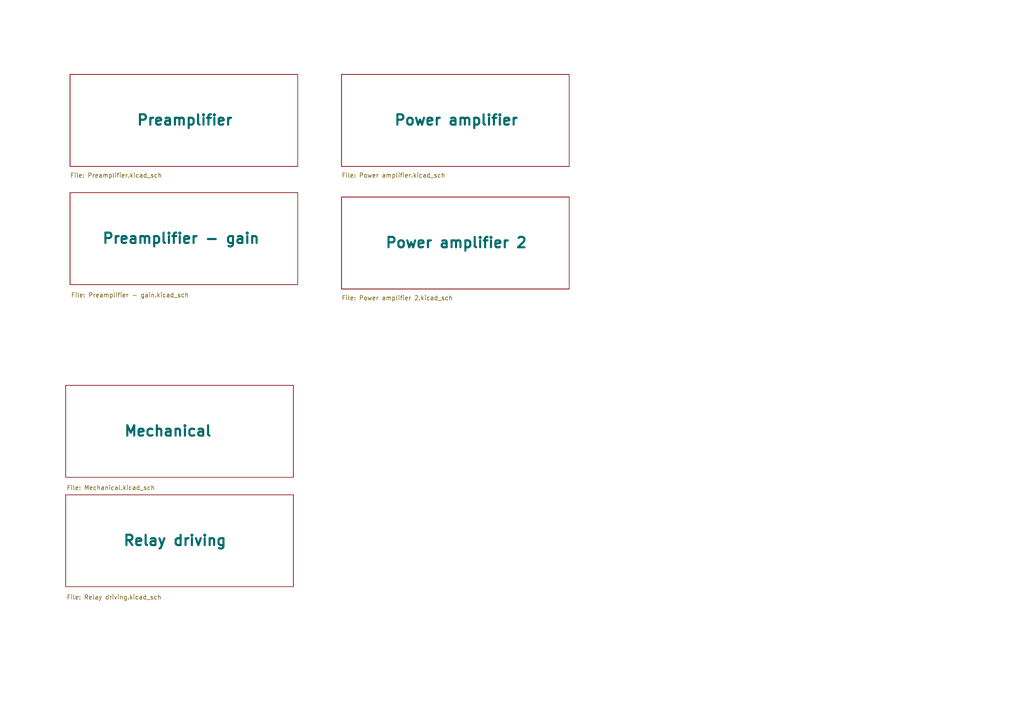
<source format=kicad_sch>
(kicad_sch
	(version 20231120)
	(generator "eeschema")
	(generator_version "8.0")
	(uuid "62ed28c4-d7bf-49b7-890f-08df6d31ef23")
	(paper "A4")
	(title_block
		(date "2025-02-15")
	)
	(lib_symbols)
	(sheet
		(at 99.06 57.15)
		(size 66.04 26.67)
		(stroke
			(width 0.1524)
			(type solid)
		)
		(fill
			(color 0 0 0 0.0000)
		)
		(uuid "3a9f256d-cfc9-48e5-9914-f8d8297a6a52")
		(property "Sheetname" "Power amplifier 2"
			(at 132.334 70.358 0)
			(do_not_autoplace yes)
			(effects
				(font
					(size 3 3)
					(bold yes)
				)
			)
		)
		(property "Sheetfile" "Power amplifier 2.kicad_sch"
			(at 99.06 85.6746 0)
			(effects
				(font
					(size 1.27 1.27)
				)
				(justify left top)
			)
		)
		(instances
			(project "Amplifier"
				(path "/62ed28c4-d7bf-49b7-890f-08df6d31ef23"
					(page "7")
				)
			)
		)
	)
	(sheet
		(at 20.32 21.59)
		(size 66.04 26.67)
		(stroke
			(width 0.1524)
			(type solid)
		)
		(fill
			(color 0 0 0 0.0000)
		)
		(uuid "65557c91-2b5b-43ea-a193-bb6866407cf1")
		(property "Sheetname" "Preamplifier"
			(at 53.594 34.798 0)
			(do_not_autoplace yes)
			(effects
				(font
					(size 3 3)
					(bold yes)
				)
			)
		)
		(property "Sheetfile" "Preamplifier.kicad_sch"
			(at 20.32 50.1146 0)
			(effects
				(font
					(size 1.27 1.27)
				)
				(justify left top)
			)
		)
		(instances
			(project "Amplifier"
				(path "/62ed28c4-d7bf-49b7-890f-08df6d31ef23"
					(page "2")
				)
			)
		)
	)
	(sheet
		(at 20.32 55.88)
		(size 66.04 26.67)
		(stroke
			(width 0.1524)
			(type solid)
		)
		(fill
			(color 0 0 0 0.0000)
		)
		(uuid "9833fcd2-b03d-40ed-9a04-676fb5866f71")
		(property "Sheetname" "Preamplifier - gain"
			(at 29.464 70.866 0)
			(do_not_autoplace yes)
			(effects
				(font
					(size 3 3)
					(bold yes)
				)
				(justify left bottom)
			)
		)
		(property "Sheetfile" "Preamplifier - gain.kicad_sch"
			(at 20.574 84.836 0)
			(effects
				(font
					(size 1.27 1.27)
				)
				(justify left top)
			)
		)
		(instances
			(project "Amplifier"
				(path "/62ed28c4-d7bf-49b7-890f-08df6d31ef23"
					(page "3")
				)
			)
		)
	)
	(sheet
		(at 99.06 21.59)
		(size 66.04 26.67)
		(stroke
			(width 0.1524)
			(type solid)
		)
		(fill
			(color 0 0 0 0.0000)
		)
		(uuid "e8e29e00-cbc9-42fc-b98d-1503b0ac2566")
		(property "Sheetname" "Power amplifier"
			(at 132.334 34.798 0)
			(do_not_autoplace yes)
			(effects
				(font
					(size 3 3)
					(bold yes)
				)
			)
		)
		(property "Sheetfile" "Power amplifier.kicad_sch"
			(at 99.06 50.1146 0)
			(effects
				(font
					(size 1.27 1.27)
				)
				(justify left top)
			)
		)
		(instances
			(project "Amplifier"
				(path "/62ed28c4-d7bf-49b7-890f-08df6d31ef23"
					(page "4")
				)
			)
		)
	)
	(sheet
		(at 19.05 111.76)
		(size 66.04 26.67)
		(stroke
			(width 0.1524)
			(type solid)
		)
		(fill
			(color 0 0 0 0.0000)
		)
		(uuid "eeb773ee-f444-42e2-85a3-b1ec4b4be26f")
		(property "Sheetname" "Mechanical"
			(at 35.814 126.746 0)
			(do_not_autoplace yes)
			(effects
				(font
					(size 3 3)
					(bold yes)
				)
				(justify left bottom)
			)
		)
		(property "Sheetfile" "Mechanical.kicad_sch"
			(at 19.304 140.716 0)
			(effects
				(font
					(size 1.27 1.27)
				)
				(justify left top)
			)
		)
		(instances
			(project "Amplifier"
				(path "/62ed28c4-d7bf-49b7-890f-08df6d31ef23"
					(page "6")
				)
			)
		)
	)
	(sheet
		(at 19.05 143.51)
		(size 66.04 26.67)
		(stroke
			(width 0.1524)
			(type solid)
		)
		(fill
			(color 0 0 0 0.0000)
		)
		(uuid "fcf9c156-e37e-4698-a011-ee1557d1ccd3")
		(property "Sheetname" "Relay driving"
			(at 35.56 158.496 0)
			(do_not_autoplace yes)
			(effects
				(font
					(size 3 3)
					(bold yes)
				)
				(justify left bottom)
			)
		)
		(property "Sheetfile" "Relay driving.kicad_sch"
			(at 19.304 172.466 0)
			(effects
				(font
					(size 1.27 1.27)
				)
				(justify left top)
			)
		)
		(instances
			(project "Amplifier"
				(path "/62ed28c4-d7bf-49b7-890f-08df6d31ef23"
					(page "5")
				)
			)
		)
	)
	(sheet_instances
		(path "/"
			(page "1")
		)
	)
)
</source>
